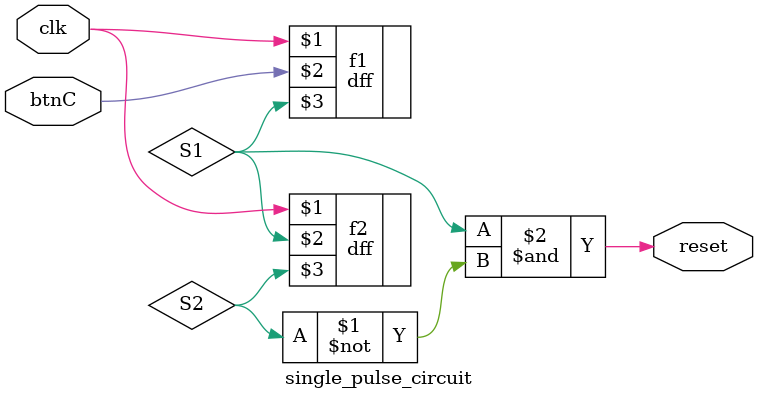
<source format=v>
`timescale 1ns / 1ps


module single_pulse_circuit(
    input clk,
    input btnC,
    output reset
    );
    wire S1, S2;
    
    dff f1 (clk, btnC, S1);
    dff f2 (clk, S1, S2);
    assign reset = S1 & (~S2);
endmodule

</source>
